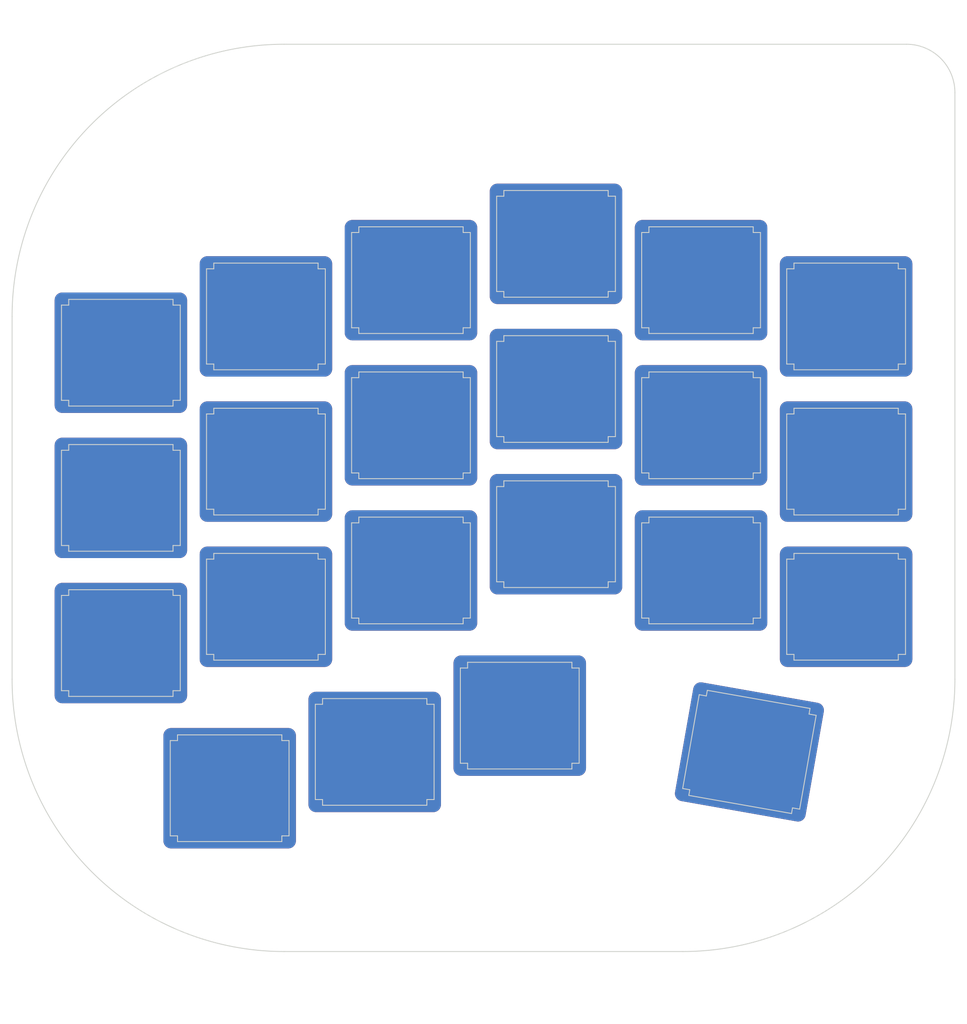
<source format=kicad_pcb>
(kicad_pcb (version 20171130) (host pcbnew 5.1.10-88a1d61d58~88~ubuntu18.04.1)

  (general
    (thickness 1.6)
    (drawings 8)
    (tracks 0)
    (zones 0)
    (modules 27)
    (nets 2)
  )

  (page A2)
  (layers
    (0 F.Cu signal)
    (31 B.Cu signal)
    (32 B.Adhes user)
    (33 F.Adhes user)
    (34 B.Paste user)
    (35 F.Paste user)
    (36 B.SilkS user)
    (37 F.SilkS user)
    (38 B.Mask user)
    (39 F.Mask user)
    (40 Dwgs.User user)
    (41 Cmts.User user)
    (42 Eco1.User user)
    (43 Eco2.User user)
    (44 Edge.Cuts user)
    (45 Margin user)
    (46 B.CrtYd user)
    (47 F.CrtYd user)
    (48 B.Fab user)
    (49 F.Fab user)
  )

  (setup
    (last_trace_width 0.25)
    (trace_clearance 0.2)
    (zone_clearance 0.508)
    (zone_45_only yes)
    (trace_min 0.2)
    (via_size 0.8)
    (via_drill 0.4)
    (via_min_size 0.4)
    (via_min_drill 0.3)
    (uvia_size 0.3)
    (uvia_drill 0.1)
    (uvias_allowed no)
    (uvia_min_size 0.2)
    (uvia_min_drill 0.1)
    (edge_width 0.1)
    (segment_width 0.2)
    (pcb_text_width 0.3)
    (pcb_text_size 1.5 1.5)
    (mod_edge_width 0.15)
    (mod_text_size 1 1)
    (mod_text_width 0.15)
    (pad_size 1.6 2.2)
    (pad_drill 0)
    (pad_to_mask_clearance 0)
    (aux_axis_origin 0 0)
    (visible_elements FFFFF77F)
    (pcbplotparams
      (layerselection 0x010fc_ffffffff)
      (usegerberextensions false)
      (usegerberattributes false)
      (usegerberadvancedattributes false)
      (creategerberjobfile false)
      (excludeedgelayer true)
      (linewidth 0.100000)
      (plotframeref false)
      (viasonmask false)
      (mode 1)
      (useauxorigin false)
      (hpglpennumber 1)
      (hpglpenspeed 20)
      (hpglpendiameter 15.000000)
      (psnegative false)
      (psa4output false)
      (plotreference true)
      (plotvalue true)
      (plotinvisibletext false)
      (padsonsilk false)
      (subtractmaskfromsilk false)
      (outputformat 1)
      (mirror false)
      (drillshape 0)
      (scaleselection 1)
      (outputdirectory "gbr/"))
  )

  (net 0 "")
  (net 1 GND)

  (net_class Default "This is the default net class."
    (clearance 0.2)
    (trace_width 0.25)
    (via_dia 0.8)
    (via_drill 0.4)
    (uvia_dia 0.3)
    (uvia_drill 0.1)
  )

  (module silkscreens:procyon_stars (layer F.Cu) (tedit 6240BEBE) (tstamp 62414812)
    (at 142.875 -251.61875 90)
    (fp_text reference G*** (at 0 0 90) (layer F.SilkS) hide
      (effects (font (size 1.524 1.524) (thickness 0.3)))
    )
    (fp_text value LOGO (at 0.75 0 90) (layer F.SilkS) hide
      (effects (font (size 1.524 1.524) (thickness 0.3)))
    )
    (fp_poly (pts (xy -16.588013 -2.063344) (xy -16.278703 -1.897053) (xy -15.875288 -1.615712) (xy -15.755038 -1.524853)
      (xy -14.980863 -0.933039) (xy -13.988598 -0.979003) (xy -13.468333 -0.994887) (xy -13.090882 -0.974662)
      (xy -12.843701 -0.899314) (xy -12.714243 -0.749831) (xy -12.689961 -0.507201) (xy -12.75831 -0.15241)
      (xy -12.906744 0.333555) (xy -12.979422 0.550333) (xy -13.266469 1.397) (xy -12.940901 2.311001)
      (xy -12.810913 2.686235) (xy -12.705593 3.00987) (xy -12.63664 3.244638) (xy -12.615333 3.348168)
      (xy -12.671264 3.494443) (xy -12.788977 3.644976) (xy -12.87803 3.719169) (xy -12.990699 3.767915)
      (xy -13.160519 3.795742) (xy -13.421029 3.807178) (xy -13.805765 3.806754) (xy -13.971866 3.804697)
      (xy -14.981112 3.790776) (xy -15.771952 4.393054) (xy -16.09966 4.631423) (xy -16.394094 4.825219)
      (xy -16.621384 4.953413) (xy -16.741917 4.995333) (xy -16.921765 4.932176) (xy -17.078864 4.794696)
      (xy -17.168489 4.629424) (xy -17.282829 4.345799) (xy -17.404521 3.989491) (xy -17.478575 3.743243)
      (xy -17.720465 2.892427) (xy -18.554748 2.328059) (xy -18.974239 2.030346) (xy -19.256861 1.791691)
      (xy -19.41657 1.594176) (xy -19.467323 1.419884) (xy -19.423078 1.250896) (xy -19.411185 1.228579)
      (xy -19.31397 1.125712) (xy -19.108947 0.951625) (xy -18.827359 0.731739) (xy -18.539896 0.519716)
      (xy -17.746033 -0.050793) (xy -17.504279 -0.89323) (xy -17.389978 -1.268529) (xy -17.277279 -1.599303)
      (xy -17.182194 -1.840358) (xy -17.138311 -1.926167) (xy -16.999118 -2.072476) (xy -16.821918 -2.12001)
      (xy -16.588013 -2.063344)) (layer F.Mask) (width 0.01))
    (fp_poly (pts (xy -10.618516 -5.429737) (xy -10.517681 -5.240953) (xy -10.456595 -5.080788) (xy -10.296712 -4.733751)
      (xy -10.059037 -4.479228) (xy -9.985932 -4.424622) (xy -9.789873 -4.259409) (xy -9.670522 -4.107721)
      (xy -9.653808 -4.054085) (xy -9.718502 -3.928993) (xy -9.884306 -3.769841) (xy -9.983927 -3.69751)
      (xy -10.196826 -3.524031) (xy -10.343144 -3.345122) (xy -10.370604 -3.284092) (xy -10.494352 -2.911336)
      (xy -10.611071 -2.688665) (xy -10.703926 -2.624667) (xy -10.825478 -2.671695) (xy -11.024804 -2.791686)
      (xy -11.152257 -2.880797) (xy -11.396083 -3.038855) (xy -11.595764 -3.100533) (xy -11.825103 -3.08951)
      (xy -12.118291 -3.069456) (xy -12.283154 -3.130491) (xy -12.337485 -3.295193) (xy -12.299075 -3.586138)
      (xy -12.280435 -3.667292) (xy -12.218735 -4.001662) (xy -12.224573 -4.251741) (xy -12.26528 -4.406397)
      (xy -12.354797 -4.705234) (xy -12.353082 -4.882397) (xy -12.241757 -4.96907) (xy -12.002447 -4.996438)
      (xy -11.916833 -4.997689) (xy -11.594368 -5.023041) (xy -11.343459 -5.115415) (xy -11.139751 -5.251689)
      (xy -10.925031 -5.399001) (xy -10.754405 -5.48959) (xy -10.702055 -5.503333) (xy -10.618516 -5.429737)) (layer F.Mask) (width 0.01))
  )

  (module Keebio-Parts:MX-Alps_Switch_Cutout (layer F.Cu) (tedit 5BEEFD84) (tstamp 6240D45C)
    (at 131.7625 -153.19375 350)
    (fp_text reference REF** (at 0.25 10.05 170) (layer Eco2.User) hide
      (effects (font (size 1 1) (thickness 0.15)))
    )
    (fp_text value MX-Alps_Switch_Cutout (at 0 -15.24 170) (layer F.Fab) hide
      (effects (font (size 1 1) (thickness 0.15)))
    )
    (fp_line (start -7.8 -6.25) (end -6.85 -6.25) (layer Edge.Cuts) (width 0.12))
    (fp_line (start -7.8 6.25) (end -7.8 -6.25) (layer Edge.Cuts) (width 0.12))
    (fp_line (start -6.85 6.25) (end -7.8 6.25) (layer Edge.Cuts) (width 0.12))
    (fp_line (start -6.85 7) (end -6.85 6.25) (layer Edge.Cuts) (width 0.12))
    (fp_line (start 6.85 7) (end -6.85 7) (layer Edge.Cuts) (width 0.12))
    (fp_line (start 6.85 6.25) (end 6.85 7) (layer Edge.Cuts) (width 0.12))
    (fp_line (start 7.8 6.25) (end 6.85 6.25) (layer Edge.Cuts) (width 0.12))
    (fp_line (start 7.8 -6.25) (end 7.8 6.25) (layer Edge.Cuts) (width 0.12))
    (fp_line (start 6.85 -6.25) (end 7.8 -6.25) (layer Edge.Cuts) (width 0.12))
    (fp_line (start 6.85 -7) (end 6.85 -6.25) (layer Edge.Cuts) (width 0.12))
    (fp_line (start -6.85 -7) (end 6.85 -7) (layer Edge.Cuts) (width 0.12))
    (fp_line (start -6.85 -6.25) (end -6.85 -7) (layer Edge.Cuts) (width 0.12))
    (fp_line (start 9.5 -9.5) (end 9.5 9.5) (layer Dwgs.User) (width 0.15))
    (fp_line (start 9.5 9.5) (end -9.5 9.5) (layer Dwgs.User) (width 0.15))
    (fp_line (start -9.5 9.5) (end -9.5 -9.5) (layer Dwgs.User) (width 0.15))
    (fp_line (start -9.5 -9.5) (end 9.5 -9.5) (layer Dwgs.User) (width 0.15))
    (pad 1 smd roundrect (at 0 0 170) (size 17.4 15.8) (layers F.Cu F.Mask) (roundrect_rratio 0.063))
    (pad 1 smd roundrect (at 0 0 170) (size 17.4 15.8) (layers B.Cu B.Mask) (roundrect_rratio 0.063))
  )

  (module Keebio-Parts:MX-Alps_Switch_Cutout (layer F.Cu) (tedit 5BEEFD84) (tstamp 6240D432)
    (at 63.5 -148.43125)
    (fp_text reference REF** (at 0.25 10.05) (layer Eco2.User) hide
      (effects (font (size 1 1) (thickness 0.15)))
    )
    (fp_text value MX-Alps_Switch_Cutout (at 0 -15.24) (layer F.Fab) hide
      (effects (font (size 1 1) (thickness 0.15)))
    )
    (fp_line (start -9.5 -9.5) (end 9.5 -9.5) (layer Dwgs.User) (width 0.15))
    (fp_line (start -9.5 9.5) (end -9.5 -9.5) (layer Dwgs.User) (width 0.15))
    (fp_line (start 9.5 9.5) (end -9.5 9.5) (layer Dwgs.User) (width 0.15))
    (fp_line (start 9.5 -9.5) (end 9.5 9.5) (layer Dwgs.User) (width 0.15))
    (fp_line (start -6.85 -6.25) (end -6.85 -7) (layer Edge.Cuts) (width 0.12))
    (fp_line (start -6.85 -7) (end 6.85 -7) (layer Edge.Cuts) (width 0.12))
    (fp_line (start 6.85 -7) (end 6.85 -6.25) (layer Edge.Cuts) (width 0.12))
    (fp_line (start 6.85 -6.25) (end 7.8 -6.25) (layer Edge.Cuts) (width 0.12))
    (fp_line (start 7.8 -6.25) (end 7.8 6.25) (layer Edge.Cuts) (width 0.12))
    (fp_line (start 7.8 6.25) (end 6.85 6.25) (layer Edge.Cuts) (width 0.12))
    (fp_line (start 6.85 6.25) (end 6.85 7) (layer Edge.Cuts) (width 0.12))
    (fp_line (start 6.85 7) (end -6.85 7) (layer Edge.Cuts) (width 0.12))
    (fp_line (start -6.85 7) (end -6.85 6.25) (layer Edge.Cuts) (width 0.12))
    (fp_line (start -6.85 6.25) (end -7.8 6.25) (layer Edge.Cuts) (width 0.12))
    (fp_line (start -7.8 6.25) (end -7.8 -6.25) (layer Edge.Cuts) (width 0.12))
    (fp_line (start -7.8 -6.25) (end -6.85 -6.25) (layer Edge.Cuts) (width 0.12))
    (pad 1 smd roundrect (at 0 0 180) (size 17.4 15.8) (layers B.Cu B.Mask) (roundrect_rratio 0.063))
    (pad 1 smd roundrect (at 0 0 180) (size 17.4 15.8) (layers F.Cu F.Mask) (roundrect_rratio 0.063))
  )

  (module Keebio-Parts:MX-Alps_Switch_Cutout (layer F.Cu) (tedit 5BEEFD84) (tstamp 6240D408)
    (at 82.55 -153.19375)
    (fp_text reference REF** (at 0.25 10.05) (layer Eco2.User) hide
      (effects (font (size 1 1) (thickness 0.15)))
    )
    (fp_text value MX-Alps_Switch_Cutout (at 0 -15.24) (layer F.Fab) hide
      (effects (font (size 1 1) (thickness 0.15)))
    )
    (fp_line (start -7.8 -6.25) (end -6.85 -6.25) (layer Edge.Cuts) (width 0.12))
    (fp_line (start -7.8 6.25) (end -7.8 -6.25) (layer Edge.Cuts) (width 0.12))
    (fp_line (start -6.85 6.25) (end -7.8 6.25) (layer Edge.Cuts) (width 0.12))
    (fp_line (start -6.85 7) (end -6.85 6.25) (layer Edge.Cuts) (width 0.12))
    (fp_line (start 6.85 7) (end -6.85 7) (layer Edge.Cuts) (width 0.12))
    (fp_line (start 6.85 6.25) (end 6.85 7) (layer Edge.Cuts) (width 0.12))
    (fp_line (start 7.8 6.25) (end 6.85 6.25) (layer Edge.Cuts) (width 0.12))
    (fp_line (start 7.8 -6.25) (end 7.8 6.25) (layer Edge.Cuts) (width 0.12))
    (fp_line (start 6.85 -6.25) (end 7.8 -6.25) (layer Edge.Cuts) (width 0.12))
    (fp_line (start 6.85 -7) (end 6.85 -6.25) (layer Edge.Cuts) (width 0.12))
    (fp_line (start -6.85 -7) (end 6.85 -7) (layer Edge.Cuts) (width 0.12))
    (fp_line (start -6.85 -6.25) (end -6.85 -7) (layer Edge.Cuts) (width 0.12))
    (fp_line (start 9.5 -9.5) (end 9.5 9.5) (layer Dwgs.User) (width 0.15))
    (fp_line (start 9.5 9.5) (end -9.5 9.5) (layer Dwgs.User) (width 0.15))
    (fp_line (start -9.5 9.5) (end -9.5 -9.5) (layer Dwgs.User) (width 0.15))
    (fp_line (start -9.5 -9.5) (end 9.5 -9.5) (layer Dwgs.User) (width 0.15))
    (pad 1 smd roundrect (at 0 0 180) (size 17.4 15.8) (layers F.Cu F.Mask) (roundrect_rratio 0.063))
    (pad 1 smd roundrect (at 0 0 180) (size 17.4 15.8) (layers B.Cu B.Mask) (roundrect_rratio 0.063))
  )

  (module Keebio-Parts:MX-Alps_Switch_Cutout (layer F.Cu) (tedit 5BEEFD84) (tstamp 6240D3DE)
    (at 101.6 -157.95625)
    (fp_text reference REF** (at 0.25 10.05) (layer Eco2.User) hide
      (effects (font (size 1 1) (thickness 0.15)))
    )
    (fp_text value MX-Alps_Switch_Cutout (at 0 -15.24) (layer F.Fab) hide
      (effects (font (size 1 1) (thickness 0.15)))
    )
    (fp_line (start -9.5 -9.5) (end 9.5 -9.5) (layer Dwgs.User) (width 0.15))
    (fp_line (start -9.5 9.5) (end -9.5 -9.5) (layer Dwgs.User) (width 0.15))
    (fp_line (start 9.5 9.5) (end -9.5 9.5) (layer Dwgs.User) (width 0.15))
    (fp_line (start 9.5 -9.5) (end 9.5 9.5) (layer Dwgs.User) (width 0.15))
    (fp_line (start -6.85 -6.25) (end -6.85 -7) (layer Edge.Cuts) (width 0.12))
    (fp_line (start -6.85 -7) (end 6.85 -7) (layer Edge.Cuts) (width 0.12))
    (fp_line (start 6.85 -7) (end 6.85 -6.25) (layer Edge.Cuts) (width 0.12))
    (fp_line (start 6.85 -6.25) (end 7.8 -6.25) (layer Edge.Cuts) (width 0.12))
    (fp_line (start 7.8 -6.25) (end 7.8 6.25) (layer Edge.Cuts) (width 0.12))
    (fp_line (start 7.8 6.25) (end 6.85 6.25) (layer Edge.Cuts) (width 0.12))
    (fp_line (start 6.85 6.25) (end 6.85 7) (layer Edge.Cuts) (width 0.12))
    (fp_line (start 6.85 7) (end -6.85 7) (layer Edge.Cuts) (width 0.12))
    (fp_line (start -6.85 7) (end -6.85 6.25) (layer Edge.Cuts) (width 0.12))
    (fp_line (start -6.85 6.25) (end -7.8 6.25) (layer Edge.Cuts) (width 0.12))
    (fp_line (start -7.8 6.25) (end -7.8 -6.25) (layer Edge.Cuts) (width 0.12))
    (fp_line (start -7.8 -6.25) (end -6.85 -6.25) (layer Edge.Cuts) (width 0.12))
    (pad 1 smd roundrect (at 0 0 180) (size 17.4 15.8) (layers B.Cu B.Mask) (roundrect_rratio 0.063))
    (pad 1 smd roundrect (at 0 0 180) (size 17.4 15.8) (layers F.Cu F.Mask) (roundrect_rratio 0.063))
  )

  (module Keebio-Parts:MX-Alps_Switch_Cutout (layer F.Cu) (tedit 5BEEFD84) (tstamp 6240D3B4)
    (at 144.4625 -172.24375)
    (fp_text reference REF** (at 0.25 10.05) (layer Eco2.User) hide
      (effects (font (size 1 1) (thickness 0.15)))
    )
    (fp_text value MX-Alps_Switch_Cutout (at 0 -15.24) (layer F.Fab) hide
      (effects (font (size 1 1) (thickness 0.15)))
    )
    (fp_line (start -7.8 -6.25) (end -6.85 -6.25) (layer Edge.Cuts) (width 0.12))
    (fp_line (start -7.8 6.25) (end -7.8 -6.25) (layer Edge.Cuts) (width 0.12))
    (fp_line (start -6.85 6.25) (end -7.8 6.25) (layer Edge.Cuts) (width 0.12))
    (fp_line (start -6.85 7) (end -6.85 6.25) (layer Edge.Cuts) (width 0.12))
    (fp_line (start 6.85 7) (end -6.85 7) (layer Edge.Cuts) (width 0.12))
    (fp_line (start 6.85 6.25) (end 6.85 7) (layer Edge.Cuts) (width 0.12))
    (fp_line (start 7.8 6.25) (end 6.85 6.25) (layer Edge.Cuts) (width 0.12))
    (fp_line (start 7.8 -6.25) (end 7.8 6.25) (layer Edge.Cuts) (width 0.12))
    (fp_line (start 6.85 -6.25) (end 7.8 -6.25) (layer Edge.Cuts) (width 0.12))
    (fp_line (start 6.85 -7) (end 6.85 -6.25) (layer Edge.Cuts) (width 0.12))
    (fp_line (start -6.85 -7) (end 6.85 -7) (layer Edge.Cuts) (width 0.12))
    (fp_line (start -6.85 -6.25) (end -6.85 -7) (layer Edge.Cuts) (width 0.12))
    (fp_line (start 9.5 -9.5) (end 9.5 9.5) (layer Dwgs.User) (width 0.15))
    (fp_line (start 9.5 9.5) (end -9.5 9.5) (layer Dwgs.User) (width 0.15))
    (fp_line (start -9.5 9.5) (end -9.5 -9.5) (layer Dwgs.User) (width 0.15))
    (fp_line (start -9.5 -9.5) (end 9.5 -9.5) (layer Dwgs.User) (width 0.15))
    (pad 1 smd roundrect (at 0 0 180) (size 17.4 15.8) (layers F.Cu F.Mask) (roundrect_rratio 0.063))
    (pad 1 smd roundrect (at 0 0 180) (size 17.4 15.8) (layers B.Cu B.Mask) (roundrect_rratio 0.063))
  )

  (module Keebio-Parts:MX-Alps_Switch_Cutout (layer F.Cu) (tedit 5BEEFD84) (tstamp 6240D38A)
    (at 125.4125 -177.00625)
    (fp_text reference REF** (at 0.25 10.05) (layer Eco2.User) hide
      (effects (font (size 1 1) (thickness 0.15)))
    )
    (fp_text value MX-Alps_Switch_Cutout (at 0 -15.24) (layer F.Fab) hide
      (effects (font (size 1 1) (thickness 0.15)))
    )
    (fp_line (start -9.5 -9.5) (end 9.5 -9.5) (layer Dwgs.User) (width 0.15))
    (fp_line (start -9.5 9.5) (end -9.5 -9.5) (layer Dwgs.User) (width 0.15))
    (fp_line (start 9.5 9.5) (end -9.5 9.5) (layer Dwgs.User) (width 0.15))
    (fp_line (start 9.5 -9.5) (end 9.5 9.5) (layer Dwgs.User) (width 0.15))
    (fp_line (start -6.85 -6.25) (end -6.85 -7) (layer Edge.Cuts) (width 0.12))
    (fp_line (start -6.85 -7) (end 6.85 -7) (layer Edge.Cuts) (width 0.12))
    (fp_line (start 6.85 -7) (end 6.85 -6.25) (layer Edge.Cuts) (width 0.12))
    (fp_line (start 6.85 -6.25) (end 7.8 -6.25) (layer Edge.Cuts) (width 0.12))
    (fp_line (start 7.8 -6.25) (end 7.8 6.25) (layer Edge.Cuts) (width 0.12))
    (fp_line (start 7.8 6.25) (end 6.85 6.25) (layer Edge.Cuts) (width 0.12))
    (fp_line (start 6.85 6.25) (end 6.85 7) (layer Edge.Cuts) (width 0.12))
    (fp_line (start 6.85 7) (end -6.85 7) (layer Edge.Cuts) (width 0.12))
    (fp_line (start -6.85 7) (end -6.85 6.25) (layer Edge.Cuts) (width 0.12))
    (fp_line (start -6.85 6.25) (end -7.8 6.25) (layer Edge.Cuts) (width 0.12))
    (fp_line (start -7.8 6.25) (end -7.8 -6.25) (layer Edge.Cuts) (width 0.12))
    (fp_line (start -7.8 -6.25) (end -6.85 -6.25) (layer Edge.Cuts) (width 0.12))
    (pad 1 smd roundrect (at 0 0 180) (size 17.4 15.8) (layers B.Cu B.Mask) (roundrect_rratio 0.063))
    (pad 1 smd roundrect (at 0 0 180) (size 17.4 15.8) (layers F.Cu F.Mask) (roundrect_rratio 0.063))
  )

  (module Keebio-Parts:MX-Alps_Switch_Cutout (layer F.Cu) (tedit 5BEEFD84) (tstamp 6240D360)
    (at 106.3625 -181.76875)
    (fp_text reference REF** (at 0.25 10.05) (layer Eco2.User) hide
      (effects (font (size 1 1) (thickness 0.15)))
    )
    (fp_text value MX-Alps_Switch_Cutout (at 0 -15.24) (layer F.Fab) hide
      (effects (font (size 1 1) (thickness 0.15)))
    )
    (fp_line (start -7.8 -6.25) (end -6.85 -6.25) (layer Edge.Cuts) (width 0.12))
    (fp_line (start -7.8 6.25) (end -7.8 -6.25) (layer Edge.Cuts) (width 0.12))
    (fp_line (start -6.85 6.25) (end -7.8 6.25) (layer Edge.Cuts) (width 0.12))
    (fp_line (start -6.85 7) (end -6.85 6.25) (layer Edge.Cuts) (width 0.12))
    (fp_line (start 6.85 7) (end -6.85 7) (layer Edge.Cuts) (width 0.12))
    (fp_line (start 6.85 6.25) (end 6.85 7) (layer Edge.Cuts) (width 0.12))
    (fp_line (start 7.8 6.25) (end 6.85 6.25) (layer Edge.Cuts) (width 0.12))
    (fp_line (start 7.8 -6.25) (end 7.8 6.25) (layer Edge.Cuts) (width 0.12))
    (fp_line (start 6.85 -6.25) (end 7.8 -6.25) (layer Edge.Cuts) (width 0.12))
    (fp_line (start 6.85 -7) (end 6.85 -6.25) (layer Edge.Cuts) (width 0.12))
    (fp_line (start -6.85 -7) (end 6.85 -7) (layer Edge.Cuts) (width 0.12))
    (fp_line (start -6.85 -6.25) (end -6.85 -7) (layer Edge.Cuts) (width 0.12))
    (fp_line (start 9.5 -9.5) (end 9.5 9.5) (layer Dwgs.User) (width 0.15))
    (fp_line (start 9.5 9.5) (end -9.5 9.5) (layer Dwgs.User) (width 0.15))
    (fp_line (start -9.5 9.5) (end -9.5 -9.5) (layer Dwgs.User) (width 0.15))
    (fp_line (start -9.5 -9.5) (end 9.5 -9.5) (layer Dwgs.User) (width 0.15))
    (pad 1 smd roundrect (at 0 0 180) (size 17.4 15.8) (layers F.Cu F.Mask) (roundrect_rratio 0.063))
    (pad 1 smd roundrect (at 0 0 180) (size 17.4 15.8) (layers B.Cu B.Mask) (roundrect_rratio 0.063))
  )

  (module Keebio-Parts:MX-Alps_Switch_Cutout (layer F.Cu) (tedit 5BEEFD84) (tstamp 6240D336)
    (at 87.3125 -177.00625)
    (fp_text reference REF** (at 0.25 10.05) (layer Eco2.User) hide
      (effects (font (size 1 1) (thickness 0.15)))
    )
    (fp_text value MX-Alps_Switch_Cutout (at 0 -15.24) (layer F.Fab) hide
      (effects (font (size 1 1) (thickness 0.15)))
    )
    (fp_line (start -9.5 -9.5) (end 9.5 -9.5) (layer Dwgs.User) (width 0.15))
    (fp_line (start -9.5 9.5) (end -9.5 -9.5) (layer Dwgs.User) (width 0.15))
    (fp_line (start 9.5 9.5) (end -9.5 9.5) (layer Dwgs.User) (width 0.15))
    (fp_line (start 9.5 -9.5) (end 9.5 9.5) (layer Dwgs.User) (width 0.15))
    (fp_line (start -6.85 -6.25) (end -6.85 -7) (layer Edge.Cuts) (width 0.12))
    (fp_line (start -6.85 -7) (end 6.85 -7) (layer Edge.Cuts) (width 0.12))
    (fp_line (start 6.85 -7) (end 6.85 -6.25) (layer Edge.Cuts) (width 0.12))
    (fp_line (start 6.85 -6.25) (end 7.8 -6.25) (layer Edge.Cuts) (width 0.12))
    (fp_line (start 7.8 -6.25) (end 7.8 6.25) (layer Edge.Cuts) (width 0.12))
    (fp_line (start 7.8 6.25) (end 6.85 6.25) (layer Edge.Cuts) (width 0.12))
    (fp_line (start 6.85 6.25) (end 6.85 7) (layer Edge.Cuts) (width 0.12))
    (fp_line (start 6.85 7) (end -6.85 7) (layer Edge.Cuts) (width 0.12))
    (fp_line (start -6.85 7) (end -6.85 6.25) (layer Edge.Cuts) (width 0.12))
    (fp_line (start -6.85 6.25) (end -7.8 6.25) (layer Edge.Cuts) (width 0.12))
    (fp_line (start -7.8 6.25) (end -7.8 -6.25) (layer Edge.Cuts) (width 0.12))
    (fp_line (start -7.8 -6.25) (end -6.85 -6.25) (layer Edge.Cuts) (width 0.12))
    (pad 1 smd roundrect (at 0 0 180) (size 17.4 15.8) (layers B.Cu B.Mask) (roundrect_rratio 0.063))
    (pad 1 smd roundrect (at 0 0 180) (size 17.4 15.8) (layers F.Cu F.Mask) (roundrect_rratio 0.063))
  )

  (module Keebio-Parts:MX-Alps_Switch_Cutout (layer F.Cu) (tedit 5BEEFD84) (tstamp 6240D30C)
    (at 68.2625 -172.24375)
    (fp_text reference REF** (at 0.25 10.05) (layer Eco2.User) hide
      (effects (font (size 1 1) (thickness 0.15)))
    )
    (fp_text value MX-Alps_Switch_Cutout (at 0 -15.24) (layer F.Fab) hide
      (effects (font (size 1 1) (thickness 0.15)))
    )
    (fp_line (start -7.8 -6.25) (end -6.85 -6.25) (layer Edge.Cuts) (width 0.12))
    (fp_line (start -7.8 6.25) (end -7.8 -6.25) (layer Edge.Cuts) (width 0.12))
    (fp_line (start -6.85 6.25) (end -7.8 6.25) (layer Edge.Cuts) (width 0.12))
    (fp_line (start -6.85 7) (end -6.85 6.25) (layer Edge.Cuts) (width 0.12))
    (fp_line (start 6.85 7) (end -6.85 7) (layer Edge.Cuts) (width 0.12))
    (fp_line (start 6.85 6.25) (end 6.85 7) (layer Edge.Cuts) (width 0.12))
    (fp_line (start 7.8 6.25) (end 6.85 6.25) (layer Edge.Cuts) (width 0.12))
    (fp_line (start 7.8 -6.25) (end 7.8 6.25) (layer Edge.Cuts) (width 0.12))
    (fp_line (start 6.85 -6.25) (end 7.8 -6.25) (layer Edge.Cuts) (width 0.12))
    (fp_line (start 6.85 -7) (end 6.85 -6.25) (layer Edge.Cuts) (width 0.12))
    (fp_line (start -6.85 -7) (end 6.85 -7) (layer Edge.Cuts) (width 0.12))
    (fp_line (start -6.85 -6.25) (end -6.85 -7) (layer Edge.Cuts) (width 0.12))
    (fp_line (start 9.5 -9.5) (end 9.5 9.5) (layer Dwgs.User) (width 0.15))
    (fp_line (start 9.5 9.5) (end -9.5 9.5) (layer Dwgs.User) (width 0.15))
    (fp_line (start -9.5 9.5) (end -9.5 -9.5) (layer Dwgs.User) (width 0.15))
    (fp_line (start -9.5 -9.5) (end 9.5 -9.5) (layer Dwgs.User) (width 0.15))
    (pad 1 smd roundrect (at 0 0 180) (size 17.4 15.8) (layers F.Cu F.Mask) (roundrect_rratio 0.063))
    (pad 1 smd roundrect (at 0 0 180) (size 17.4 15.8) (layers B.Cu B.Mask) (roundrect_rratio 0.063))
  )

  (module Keebio-Parts:MX-Alps_Switch_Cutout (layer F.Cu) (tedit 5BEEFD84) (tstamp 6240D2E2)
    (at 49.2125 -167.48125)
    (fp_text reference REF** (at 0.25 10.05) (layer Eco2.User) hide
      (effects (font (size 1 1) (thickness 0.15)))
    )
    (fp_text value MX-Alps_Switch_Cutout (at 0 -15.24) (layer F.Fab) hide
      (effects (font (size 1 1) (thickness 0.15)))
    )
    (fp_line (start -9.5 -9.5) (end 9.5 -9.5) (layer Dwgs.User) (width 0.15))
    (fp_line (start -9.5 9.5) (end -9.5 -9.5) (layer Dwgs.User) (width 0.15))
    (fp_line (start 9.5 9.5) (end -9.5 9.5) (layer Dwgs.User) (width 0.15))
    (fp_line (start 9.5 -9.5) (end 9.5 9.5) (layer Dwgs.User) (width 0.15))
    (fp_line (start -6.85 -6.25) (end -6.85 -7) (layer Edge.Cuts) (width 0.12))
    (fp_line (start -6.85 -7) (end 6.85 -7) (layer Edge.Cuts) (width 0.12))
    (fp_line (start 6.85 -7) (end 6.85 -6.25) (layer Edge.Cuts) (width 0.12))
    (fp_line (start 6.85 -6.25) (end 7.8 -6.25) (layer Edge.Cuts) (width 0.12))
    (fp_line (start 7.8 -6.25) (end 7.8 6.25) (layer Edge.Cuts) (width 0.12))
    (fp_line (start 7.8 6.25) (end 6.85 6.25) (layer Edge.Cuts) (width 0.12))
    (fp_line (start 6.85 6.25) (end 6.85 7) (layer Edge.Cuts) (width 0.12))
    (fp_line (start 6.85 7) (end -6.85 7) (layer Edge.Cuts) (width 0.12))
    (fp_line (start -6.85 7) (end -6.85 6.25) (layer Edge.Cuts) (width 0.12))
    (fp_line (start -6.85 6.25) (end -7.8 6.25) (layer Edge.Cuts) (width 0.12))
    (fp_line (start -7.8 6.25) (end -7.8 -6.25) (layer Edge.Cuts) (width 0.12))
    (fp_line (start -7.8 -6.25) (end -6.85 -6.25) (layer Edge.Cuts) (width 0.12))
    (pad 1 smd roundrect (at 0 0 180) (size 17.4 15.8) (layers B.Cu B.Mask) (roundrect_rratio 0.063))
    (pad 1 smd roundrect (at 0 0 180) (size 17.4 15.8) (layers F.Cu F.Mask) (roundrect_rratio 0.063))
  )

  (module Keebio-Parts:MX-Alps_Switch_Cutout (layer F.Cu) (tedit 5BEEFD84) (tstamp 6240D26C)
    (at 49.2125 -186.53125)
    (fp_text reference REF** (at 0.25 10.05) (layer Eco2.User) hide
      (effects (font (size 1 1) (thickness 0.15)))
    )
    (fp_text value MX-Alps_Switch_Cutout (at 0 -15.24) (layer F.Fab) hide
      (effects (font (size 1 1) (thickness 0.15)))
    )
    (fp_line (start -7.8 -6.25) (end -6.85 -6.25) (layer Edge.Cuts) (width 0.12))
    (fp_line (start -7.8 6.25) (end -7.8 -6.25) (layer Edge.Cuts) (width 0.12))
    (fp_line (start -6.85 6.25) (end -7.8 6.25) (layer Edge.Cuts) (width 0.12))
    (fp_line (start -6.85 7) (end -6.85 6.25) (layer Edge.Cuts) (width 0.12))
    (fp_line (start 6.85 7) (end -6.85 7) (layer Edge.Cuts) (width 0.12))
    (fp_line (start 6.85 6.25) (end 6.85 7) (layer Edge.Cuts) (width 0.12))
    (fp_line (start 7.8 6.25) (end 6.85 6.25) (layer Edge.Cuts) (width 0.12))
    (fp_line (start 7.8 -6.25) (end 7.8 6.25) (layer Edge.Cuts) (width 0.12))
    (fp_line (start 6.85 -6.25) (end 7.8 -6.25) (layer Edge.Cuts) (width 0.12))
    (fp_line (start 6.85 -7) (end 6.85 -6.25) (layer Edge.Cuts) (width 0.12))
    (fp_line (start -6.85 -7) (end 6.85 -7) (layer Edge.Cuts) (width 0.12))
    (fp_line (start -6.85 -6.25) (end -6.85 -7) (layer Edge.Cuts) (width 0.12))
    (fp_line (start 9.5 -9.5) (end 9.5 9.5) (layer Dwgs.User) (width 0.15))
    (fp_line (start 9.5 9.5) (end -9.5 9.5) (layer Dwgs.User) (width 0.15))
    (fp_line (start -9.5 9.5) (end -9.5 -9.5) (layer Dwgs.User) (width 0.15))
    (fp_line (start -9.5 -9.5) (end 9.5 -9.5) (layer Dwgs.User) (width 0.15))
    (pad 1 smd roundrect (at 0 0 180) (size 17.4 15.8) (layers F.Cu F.Mask) (roundrect_rratio 0.063))
    (pad 1 smd roundrect (at 0 0 180) (size 17.4 15.8) (layers B.Cu B.Mask) (roundrect_rratio 0.063))
  )

  (module Keebio-Parts:MX-Alps_Switch_Cutout (layer F.Cu) (tedit 5BEEFD84) (tstamp 6240D1EE)
    (at 68.2625 -191.29375)
    (fp_text reference REF** (at 0.25 10.05) (layer Eco2.User) hide
      (effects (font (size 1 1) (thickness 0.15)))
    )
    (fp_text value MX-Alps_Switch_Cutout (at 0 -15.24) (layer F.Fab) hide
      (effects (font (size 1 1) (thickness 0.15)))
    )
    (fp_line (start -9.5 -9.5) (end 9.5 -9.5) (layer Dwgs.User) (width 0.15))
    (fp_line (start -9.5 9.5) (end -9.5 -9.5) (layer Dwgs.User) (width 0.15))
    (fp_line (start 9.5 9.5) (end -9.5 9.5) (layer Dwgs.User) (width 0.15))
    (fp_line (start 9.5 -9.5) (end 9.5 9.5) (layer Dwgs.User) (width 0.15))
    (fp_line (start -6.85 -6.25) (end -6.85 -7) (layer Edge.Cuts) (width 0.12))
    (fp_line (start -6.85 -7) (end 6.85 -7) (layer Edge.Cuts) (width 0.12))
    (fp_line (start 6.85 -7) (end 6.85 -6.25) (layer Edge.Cuts) (width 0.12))
    (fp_line (start 6.85 -6.25) (end 7.8 -6.25) (layer Edge.Cuts) (width 0.12))
    (fp_line (start 7.8 -6.25) (end 7.8 6.25) (layer Edge.Cuts) (width 0.12))
    (fp_line (start 7.8 6.25) (end 6.85 6.25) (layer Edge.Cuts) (width 0.12))
    (fp_line (start 6.85 6.25) (end 6.85 7) (layer Edge.Cuts) (width 0.12))
    (fp_line (start 6.85 7) (end -6.85 7) (layer Edge.Cuts) (width 0.12))
    (fp_line (start -6.85 7) (end -6.85 6.25) (layer Edge.Cuts) (width 0.12))
    (fp_line (start -6.85 6.25) (end -7.8 6.25) (layer Edge.Cuts) (width 0.12))
    (fp_line (start -7.8 6.25) (end -7.8 -6.25) (layer Edge.Cuts) (width 0.12))
    (fp_line (start -7.8 -6.25) (end -6.85 -6.25) (layer Edge.Cuts) (width 0.12))
    (pad 1 smd roundrect (at 0 0 180) (size 17.4 15.8) (layers B.Cu B.Mask) (roundrect_rratio 0.063))
    (pad 1 smd roundrect (at 0 0 180) (size 17.4 15.8) (layers F.Cu F.Mask) (roundrect_rratio 0.063))
  )

  (module Keebio-Parts:MX-Alps_Switch_Cutout (layer F.Cu) (tedit 5BEEFD84) (tstamp 6240D1C4)
    (at 87.3125 -196.05625)
    (fp_text reference REF** (at 0.25 10.05) (layer Eco2.User) hide
      (effects (font (size 1 1) (thickness 0.15)))
    )
    (fp_text value MX-Alps_Switch_Cutout (at 0 -15.24) (layer F.Fab) hide
      (effects (font (size 1 1) (thickness 0.15)))
    )
    (fp_line (start -7.8 -6.25) (end -6.85 -6.25) (layer Edge.Cuts) (width 0.12))
    (fp_line (start -7.8 6.25) (end -7.8 -6.25) (layer Edge.Cuts) (width 0.12))
    (fp_line (start -6.85 6.25) (end -7.8 6.25) (layer Edge.Cuts) (width 0.12))
    (fp_line (start -6.85 7) (end -6.85 6.25) (layer Edge.Cuts) (width 0.12))
    (fp_line (start 6.85 7) (end -6.85 7) (layer Edge.Cuts) (width 0.12))
    (fp_line (start 6.85 6.25) (end 6.85 7) (layer Edge.Cuts) (width 0.12))
    (fp_line (start 7.8 6.25) (end 6.85 6.25) (layer Edge.Cuts) (width 0.12))
    (fp_line (start 7.8 -6.25) (end 7.8 6.25) (layer Edge.Cuts) (width 0.12))
    (fp_line (start 6.85 -6.25) (end 7.8 -6.25) (layer Edge.Cuts) (width 0.12))
    (fp_line (start 6.85 -7) (end 6.85 -6.25) (layer Edge.Cuts) (width 0.12))
    (fp_line (start -6.85 -7) (end 6.85 -7) (layer Edge.Cuts) (width 0.12))
    (fp_line (start -6.85 -6.25) (end -6.85 -7) (layer Edge.Cuts) (width 0.12))
    (fp_line (start 9.5 -9.5) (end 9.5 9.5) (layer Dwgs.User) (width 0.15))
    (fp_line (start 9.5 9.5) (end -9.5 9.5) (layer Dwgs.User) (width 0.15))
    (fp_line (start -9.5 9.5) (end -9.5 -9.5) (layer Dwgs.User) (width 0.15))
    (fp_line (start -9.5 -9.5) (end 9.5 -9.5) (layer Dwgs.User) (width 0.15))
    (pad 1 smd roundrect (at 0 0 180) (size 17.4 15.8) (layers F.Cu F.Mask) (roundrect_rratio 0.063))
    (pad 1 smd roundrect (at 0 0 180) (size 17.4 15.8) (layers B.Cu B.Mask) (roundrect_rratio 0.063))
  )

  (module Keebio-Parts:MX-Alps_Switch_Cutout (layer F.Cu) (tedit 5BEEFD84) (tstamp 6240D19A)
    (at 106.3625 -200.81875)
    (fp_text reference REF** (at 0.25 10.05) (layer Eco2.User) hide
      (effects (font (size 1 1) (thickness 0.15)))
    )
    (fp_text value MX-Alps_Switch_Cutout (at 0 -15.24) (layer F.Fab) hide
      (effects (font (size 1 1) (thickness 0.15)))
    )
    (fp_line (start -9.5 -9.5) (end 9.5 -9.5) (layer Dwgs.User) (width 0.15))
    (fp_line (start -9.5 9.5) (end -9.5 -9.5) (layer Dwgs.User) (width 0.15))
    (fp_line (start 9.5 9.5) (end -9.5 9.5) (layer Dwgs.User) (width 0.15))
    (fp_line (start 9.5 -9.5) (end 9.5 9.5) (layer Dwgs.User) (width 0.15))
    (fp_line (start -6.85 -6.25) (end -6.85 -7) (layer Edge.Cuts) (width 0.12))
    (fp_line (start -6.85 -7) (end 6.85 -7) (layer Edge.Cuts) (width 0.12))
    (fp_line (start 6.85 -7) (end 6.85 -6.25) (layer Edge.Cuts) (width 0.12))
    (fp_line (start 6.85 -6.25) (end 7.8 -6.25) (layer Edge.Cuts) (width 0.12))
    (fp_line (start 7.8 -6.25) (end 7.8 6.25) (layer Edge.Cuts) (width 0.12))
    (fp_line (start 7.8 6.25) (end 6.85 6.25) (layer Edge.Cuts) (width 0.12))
    (fp_line (start 6.85 6.25) (end 6.85 7) (layer Edge.Cuts) (width 0.12))
    (fp_line (start 6.85 7) (end -6.85 7) (layer Edge.Cuts) (width 0.12))
    (fp_line (start -6.85 7) (end -6.85 6.25) (layer Edge.Cuts) (width 0.12))
    (fp_line (start -6.85 6.25) (end -7.8 6.25) (layer Edge.Cuts) (width 0.12))
    (fp_line (start -7.8 6.25) (end -7.8 -6.25) (layer Edge.Cuts) (width 0.12))
    (fp_line (start -7.8 -6.25) (end -6.85 -6.25) (layer Edge.Cuts) (width 0.12))
    (pad 1 smd roundrect (at 0 0 180) (size 17.4 15.8) (layers B.Cu B.Mask) (roundrect_rratio 0.063))
    (pad 1 smd roundrect (at 0 0 180) (size 17.4 15.8) (layers F.Cu F.Mask) (roundrect_rratio 0.063))
  )

  (module Keebio-Parts:MX-Alps_Switch_Cutout (layer F.Cu) (tedit 5BEEFD84) (tstamp 6240D170)
    (at 144.4625 -191.29375)
    (fp_text reference REF** (at 0.25 10.05) (layer Eco2.User) hide
      (effects (font (size 1 1) (thickness 0.15)))
    )
    (fp_text value MX-Alps_Switch_Cutout (at 0 -15.24) (layer F.Fab) hide
      (effects (font (size 1 1) (thickness 0.15)))
    )
    (fp_line (start -7.8 -6.25) (end -6.85 -6.25) (layer Edge.Cuts) (width 0.12))
    (fp_line (start -7.8 6.25) (end -7.8 -6.25) (layer Edge.Cuts) (width 0.12))
    (fp_line (start -6.85 6.25) (end -7.8 6.25) (layer Edge.Cuts) (width 0.12))
    (fp_line (start -6.85 7) (end -6.85 6.25) (layer Edge.Cuts) (width 0.12))
    (fp_line (start 6.85 7) (end -6.85 7) (layer Edge.Cuts) (width 0.12))
    (fp_line (start 6.85 6.25) (end 6.85 7) (layer Edge.Cuts) (width 0.12))
    (fp_line (start 7.8 6.25) (end 6.85 6.25) (layer Edge.Cuts) (width 0.12))
    (fp_line (start 7.8 -6.25) (end 7.8 6.25) (layer Edge.Cuts) (width 0.12))
    (fp_line (start 6.85 -6.25) (end 7.8 -6.25) (layer Edge.Cuts) (width 0.12))
    (fp_line (start 6.85 -7) (end 6.85 -6.25) (layer Edge.Cuts) (width 0.12))
    (fp_line (start -6.85 -7) (end 6.85 -7) (layer Edge.Cuts) (width 0.12))
    (fp_line (start -6.85 -6.25) (end -6.85 -7) (layer Edge.Cuts) (width 0.12))
    (fp_line (start 9.5 -9.5) (end 9.5 9.5) (layer Dwgs.User) (width 0.15))
    (fp_line (start 9.5 9.5) (end -9.5 9.5) (layer Dwgs.User) (width 0.15))
    (fp_line (start -9.5 9.5) (end -9.5 -9.5) (layer Dwgs.User) (width 0.15))
    (fp_line (start -9.5 -9.5) (end 9.5 -9.5) (layer Dwgs.User) (width 0.15))
    (pad 1 smd roundrect (at 0 0 180) (size 17.4 15.8) (layers F.Cu F.Mask) (roundrect_rratio 0.063))
    (pad 1 smd roundrect (at 0 0 180) (size 17.4 15.8) (layers B.Cu B.Mask) (roundrect_rratio 0.063))
  )

  (module Keebio-Parts:MX-Alps_Switch_Cutout (layer F.Cu) (tedit 5BEEFD84) (tstamp 6240D146)
    (at 125.4125 -196.05625)
    (fp_text reference REF** (at 0.25 10.05) (layer Eco2.User) hide
      (effects (font (size 1 1) (thickness 0.15)))
    )
    (fp_text value MX-Alps_Switch_Cutout (at 0 -15.24) (layer F.Fab) hide
      (effects (font (size 1 1) (thickness 0.15)))
    )
    (fp_line (start -9.5 -9.5) (end 9.5 -9.5) (layer Dwgs.User) (width 0.15))
    (fp_line (start -9.5 9.5) (end -9.5 -9.5) (layer Dwgs.User) (width 0.15))
    (fp_line (start 9.5 9.5) (end -9.5 9.5) (layer Dwgs.User) (width 0.15))
    (fp_line (start 9.5 -9.5) (end 9.5 9.5) (layer Dwgs.User) (width 0.15))
    (fp_line (start -6.85 -6.25) (end -6.85 -7) (layer Edge.Cuts) (width 0.12))
    (fp_line (start -6.85 -7) (end 6.85 -7) (layer Edge.Cuts) (width 0.12))
    (fp_line (start 6.85 -7) (end 6.85 -6.25) (layer Edge.Cuts) (width 0.12))
    (fp_line (start 6.85 -6.25) (end 7.8 -6.25) (layer Edge.Cuts) (width 0.12))
    (fp_line (start 7.8 -6.25) (end 7.8 6.25) (layer Edge.Cuts) (width 0.12))
    (fp_line (start 7.8 6.25) (end 6.85 6.25) (layer Edge.Cuts) (width 0.12))
    (fp_line (start 6.85 6.25) (end 6.85 7) (layer Edge.Cuts) (width 0.12))
    (fp_line (start 6.85 7) (end -6.85 7) (layer Edge.Cuts) (width 0.12))
    (fp_line (start -6.85 7) (end -6.85 6.25) (layer Edge.Cuts) (width 0.12))
    (fp_line (start -6.85 6.25) (end -7.8 6.25) (layer Edge.Cuts) (width 0.12))
    (fp_line (start -7.8 6.25) (end -7.8 -6.25) (layer Edge.Cuts) (width 0.12))
    (fp_line (start -7.8 -6.25) (end -6.85 -6.25) (layer Edge.Cuts) (width 0.12))
    (pad 1 smd roundrect (at 0 0 180) (size 17.4 15.8) (layers B.Cu B.Mask) (roundrect_rratio 0.063))
    (pad 1 smd roundrect (at 0 0 180) (size 17.4 15.8) (layers F.Cu F.Mask) (roundrect_rratio 0.063))
  )

  (module Keebio-Parts:MX-Alps_Switch_Cutout (layer F.Cu) (tedit 5BEEFD84) (tstamp 6240D11C)
    (at 144.4625 -210.34375)
    (fp_text reference REF** (at 0.25 10.05) (layer Eco2.User) hide
      (effects (font (size 1 1) (thickness 0.15)))
    )
    (fp_text value MX-Alps_Switch_Cutout (at 0 -15.24) (layer F.Fab) hide
      (effects (font (size 1 1) (thickness 0.15)))
    )
    (fp_line (start -7.8 -6.25) (end -6.85 -6.25) (layer Edge.Cuts) (width 0.12))
    (fp_line (start -7.8 6.25) (end -7.8 -6.25) (layer Edge.Cuts) (width 0.12))
    (fp_line (start -6.85 6.25) (end -7.8 6.25) (layer Edge.Cuts) (width 0.12))
    (fp_line (start -6.85 7) (end -6.85 6.25) (layer Edge.Cuts) (width 0.12))
    (fp_line (start 6.85 7) (end -6.85 7) (layer Edge.Cuts) (width 0.12))
    (fp_line (start 6.85 6.25) (end 6.85 7) (layer Edge.Cuts) (width 0.12))
    (fp_line (start 7.8 6.25) (end 6.85 6.25) (layer Edge.Cuts) (width 0.12))
    (fp_line (start 7.8 -6.25) (end 7.8 6.25) (layer Edge.Cuts) (width 0.12))
    (fp_line (start 6.85 -6.25) (end 7.8 -6.25) (layer Edge.Cuts) (width 0.12))
    (fp_line (start 6.85 -7) (end 6.85 -6.25) (layer Edge.Cuts) (width 0.12))
    (fp_line (start -6.85 -7) (end 6.85 -7) (layer Edge.Cuts) (width 0.12))
    (fp_line (start -6.85 -6.25) (end -6.85 -7) (layer Edge.Cuts) (width 0.12))
    (fp_line (start 9.5 -9.5) (end 9.5 9.5) (layer Dwgs.User) (width 0.15))
    (fp_line (start 9.5 9.5) (end -9.5 9.5) (layer Dwgs.User) (width 0.15))
    (fp_line (start -9.5 9.5) (end -9.5 -9.5) (layer Dwgs.User) (width 0.15))
    (fp_line (start -9.5 -9.5) (end 9.5 -9.5) (layer Dwgs.User) (width 0.15))
    (pad 1 smd roundrect (at 0 0 180) (size 17.4 15.8) (layers F.Cu F.Mask) (roundrect_rratio 0.063))
    (pad 1 smd roundrect (at 0 0 180) (size 17.4 15.8) (layers B.Cu B.Mask) (roundrect_rratio 0.063))
  )

  (module Keebio-Parts:MX-Alps_Switch_Cutout (layer F.Cu) (tedit 5BEEFD84) (tstamp 6240D0F2)
    (at 125.4125 -215.10625)
    (fp_text reference REF** (at 0.25 10.05) (layer Eco2.User) hide
      (effects (font (size 1 1) (thickness 0.15)))
    )
    (fp_text value MX-Alps_Switch_Cutout (at 0 -15.24) (layer F.Fab) hide
      (effects (font (size 1 1) (thickness 0.15)))
    )
    (fp_line (start -9.5 -9.5) (end 9.5 -9.5) (layer Dwgs.User) (width 0.15))
    (fp_line (start -9.5 9.5) (end -9.5 -9.5) (layer Dwgs.User) (width 0.15))
    (fp_line (start 9.5 9.5) (end -9.5 9.5) (layer Dwgs.User) (width 0.15))
    (fp_line (start 9.5 -9.5) (end 9.5 9.5) (layer Dwgs.User) (width 0.15))
    (fp_line (start -6.85 -6.25) (end -6.85 -7) (layer Edge.Cuts) (width 0.12))
    (fp_line (start -6.85 -7) (end 6.85 -7) (layer Edge.Cuts) (width 0.12))
    (fp_line (start 6.85 -7) (end 6.85 -6.25) (layer Edge.Cuts) (width 0.12))
    (fp_line (start 6.85 -6.25) (end 7.8 -6.25) (layer Edge.Cuts) (width 0.12))
    (fp_line (start 7.8 -6.25) (end 7.8 6.25) (layer Edge.Cuts) (width 0.12))
    (fp_line (start 7.8 6.25) (end 6.85 6.25) (layer Edge.Cuts) (width 0.12))
    (fp_line (start 6.85 6.25) (end 6.85 7) (layer Edge.Cuts) (width 0.12))
    (fp_line (start 6.85 7) (end -6.85 7) (layer Edge.Cuts) (width 0.12))
    (fp_line (start -6.85 7) (end -6.85 6.25) (layer Edge.Cuts) (width 0.12))
    (fp_line (start -6.85 6.25) (end -7.8 6.25) (layer Edge.Cuts) (width 0.12))
    (fp_line (start -7.8 6.25) (end -7.8 -6.25) (layer Edge.Cuts) (width 0.12))
    (fp_line (start -7.8 -6.25) (end -6.85 -6.25) (layer Edge.Cuts) (width 0.12))
    (pad 1 smd roundrect (at 0 0 180) (size 17.4 15.8) (layers B.Cu B.Mask) (roundrect_rratio 0.063))
    (pad 1 smd roundrect (at 0 0 180) (size 17.4 15.8) (layers F.Cu F.Mask) (roundrect_rratio 0.063))
  )

  (module Keebio-Parts:MX-Alps_Switch_Cutout (layer F.Cu) (tedit 5BEEFD84) (tstamp 6240D0C8)
    (at 106.3625 -219.86875)
    (fp_text reference REF** (at 0.25 10.05) (layer Eco2.User) hide
      (effects (font (size 1 1) (thickness 0.15)))
    )
    (fp_text value MX-Alps_Switch_Cutout (at 0 -15.24) (layer F.Fab) hide
      (effects (font (size 1 1) (thickness 0.15)))
    )
    (fp_line (start -7.8 -6.25) (end -6.85 -6.25) (layer Edge.Cuts) (width 0.12))
    (fp_line (start -7.8 6.25) (end -7.8 -6.25) (layer Edge.Cuts) (width 0.12))
    (fp_line (start -6.85 6.25) (end -7.8 6.25) (layer Edge.Cuts) (width 0.12))
    (fp_line (start -6.85 7) (end -6.85 6.25) (layer Edge.Cuts) (width 0.12))
    (fp_line (start 6.85 7) (end -6.85 7) (layer Edge.Cuts) (width 0.12))
    (fp_line (start 6.85 6.25) (end 6.85 7) (layer Edge.Cuts) (width 0.12))
    (fp_line (start 7.8 6.25) (end 6.85 6.25) (layer Edge.Cuts) (width 0.12))
    (fp_line (start 7.8 -6.25) (end 7.8 6.25) (layer Edge.Cuts) (width 0.12))
    (fp_line (start 6.85 -6.25) (end 7.8 -6.25) (layer Edge.Cuts) (width 0.12))
    (fp_line (start 6.85 -7) (end 6.85 -6.25) (layer Edge.Cuts) (width 0.12))
    (fp_line (start -6.85 -7) (end 6.85 -7) (layer Edge.Cuts) (width 0.12))
    (fp_line (start -6.85 -6.25) (end -6.85 -7) (layer Edge.Cuts) (width 0.12))
    (fp_line (start 9.5 -9.5) (end 9.5 9.5) (layer Dwgs.User) (width 0.15))
    (fp_line (start 9.5 9.5) (end -9.5 9.5) (layer Dwgs.User) (width 0.15))
    (fp_line (start -9.5 9.5) (end -9.5 -9.5) (layer Dwgs.User) (width 0.15))
    (fp_line (start -9.5 -9.5) (end 9.5 -9.5) (layer Dwgs.User) (width 0.15))
    (pad 1 smd roundrect (at 0 0 180) (size 17.4 15.8) (layers F.Cu F.Mask) (roundrect_rratio 0.063))
    (pad 1 smd roundrect (at 0 0 180) (size 17.4 15.8) (layers B.Cu B.Mask) (roundrect_rratio 0.063))
  )

  (module Keebio-Parts:MX-Alps_Switch_Cutout (layer F.Cu) (tedit 5BEEFD84) (tstamp 6240D09E)
    (at 87.3125 -215.10625)
    (fp_text reference REF** (at 0.25 10.05) (layer Eco2.User) hide
      (effects (font (size 1 1) (thickness 0.15)))
    )
    (fp_text value MX-Alps_Switch_Cutout (at 0 -15.24) (layer F.Fab) hide
      (effects (font (size 1 1) (thickness 0.15)))
    )
    (fp_line (start -9.5 -9.5) (end 9.5 -9.5) (layer Dwgs.User) (width 0.15))
    (fp_line (start -9.5 9.5) (end -9.5 -9.5) (layer Dwgs.User) (width 0.15))
    (fp_line (start 9.5 9.5) (end -9.5 9.5) (layer Dwgs.User) (width 0.15))
    (fp_line (start 9.5 -9.5) (end 9.5 9.5) (layer Dwgs.User) (width 0.15))
    (fp_line (start -6.85 -6.25) (end -6.85 -7) (layer Edge.Cuts) (width 0.12))
    (fp_line (start -6.85 -7) (end 6.85 -7) (layer Edge.Cuts) (width 0.12))
    (fp_line (start 6.85 -7) (end 6.85 -6.25) (layer Edge.Cuts) (width 0.12))
    (fp_line (start 6.85 -6.25) (end 7.8 -6.25) (layer Edge.Cuts) (width 0.12))
    (fp_line (start 7.8 -6.25) (end 7.8 6.25) (layer Edge.Cuts) (width 0.12))
    (fp_line (start 7.8 6.25) (end 6.85 6.25) (layer Edge.Cuts) (width 0.12))
    (fp_line (start 6.85 6.25) (end 6.85 7) (layer Edge.Cuts) (width 0.12))
    (fp_line (start 6.85 7) (end -6.85 7) (layer Edge.Cuts) (width 0.12))
    (fp_line (start -6.85 7) (end -6.85 6.25) (layer Edge.Cuts) (width 0.12))
    (fp_line (start -6.85 6.25) (end -7.8 6.25) (layer Edge.Cuts) (width 0.12))
    (fp_line (start -7.8 6.25) (end -7.8 -6.25) (layer Edge.Cuts) (width 0.12))
    (fp_line (start -7.8 -6.25) (end -6.85 -6.25) (layer Edge.Cuts) (width 0.12))
    (pad 1 smd roundrect (at 0 0 180) (size 17.4 15.8) (layers B.Cu B.Mask) (roundrect_rratio 0.063))
    (pad 1 smd roundrect (at 0 0 180) (size 17.4 15.8) (layers F.Cu F.Mask) (roundrect_rratio 0.063))
  )

  (module Keebio-Parts:MX-Alps_Switch_Cutout (layer F.Cu) (tedit 5BEEFD84) (tstamp 6240CF16)
    (at 68.2625 -210.34375)
    (fp_text reference REF** (at 0.25 10.05) (layer Eco2.User) hide
      (effects (font (size 1 1) (thickness 0.15)))
    )
    (fp_text value MX-Alps_Switch_Cutout (at 0 -15.24) (layer F.Fab) hide
      (effects (font (size 1 1) (thickness 0.15)))
    )
    (fp_line (start -7.8 -6.25) (end -6.85 -6.25) (layer Edge.Cuts) (width 0.12))
    (fp_line (start -7.8 6.25) (end -7.8 -6.25) (layer Edge.Cuts) (width 0.12))
    (fp_line (start -6.85 6.25) (end -7.8 6.25) (layer Edge.Cuts) (width 0.12))
    (fp_line (start -6.85 7) (end -6.85 6.25) (layer Edge.Cuts) (width 0.12))
    (fp_line (start 6.85 7) (end -6.85 7) (layer Edge.Cuts) (width 0.12))
    (fp_line (start 6.85 6.25) (end 6.85 7) (layer Edge.Cuts) (width 0.12))
    (fp_line (start 7.8 6.25) (end 6.85 6.25) (layer Edge.Cuts) (width 0.12))
    (fp_line (start 7.8 -6.25) (end 7.8 6.25) (layer Edge.Cuts) (width 0.12))
    (fp_line (start 6.85 -6.25) (end 7.8 -6.25) (layer Edge.Cuts) (width 0.12))
    (fp_line (start 6.85 -7) (end 6.85 -6.25) (layer Edge.Cuts) (width 0.12))
    (fp_line (start -6.85 -7) (end 6.85 -7) (layer Edge.Cuts) (width 0.12))
    (fp_line (start -6.85 -6.25) (end -6.85 -7) (layer Edge.Cuts) (width 0.12))
    (fp_line (start 9.5 -9.5) (end 9.5 9.5) (layer Dwgs.User) (width 0.15))
    (fp_line (start 9.5 9.5) (end -9.5 9.5) (layer Dwgs.User) (width 0.15))
    (fp_line (start -9.5 9.5) (end -9.5 -9.5) (layer Dwgs.User) (width 0.15))
    (fp_line (start -9.5 -9.5) (end 9.5 -9.5) (layer Dwgs.User) (width 0.15))
    (pad 1 smd roundrect (at 0 0 180) (size 17.4 15.8) (layers F.Cu F.Mask) (roundrect_rratio 0.063))
    (pad 1 smd roundrect (at 0 0 180) (size 17.4 15.8) (layers B.Cu B.Mask) (roundrect_rratio 0.063))
  )

  (module Keebio-Parts:MX-Alps_Switch_Cutout (layer F.Cu) (tedit 5BEEFD84) (tstamp 6240CC45)
    (at 49.2125 -205.58125)
    (fp_text reference REF** (at 0.25 10.05) (layer Eco2.User) hide
      (effects (font (size 1 1) (thickness 0.15)))
    )
    (fp_text value MX-Alps_Switch_Cutout (at 0 -15.24) (layer F.Fab) hide
      (effects (font (size 1 1) (thickness 0.15)))
    )
    (fp_line (start -9.5 -9.5) (end 9.5 -9.5) (layer Dwgs.User) (width 0.15))
    (fp_line (start -9.5 9.5) (end -9.5 -9.5) (layer Dwgs.User) (width 0.15))
    (fp_line (start 9.5 9.5) (end -9.5 9.5) (layer Dwgs.User) (width 0.15))
    (fp_line (start 9.5 -9.5) (end 9.5 9.5) (layer Dwgs.User) (width 0.15))
    (fp_line (start -6.85 -6.25) (end -6.85 -7) (layer Edge.Cuts) (width 0.12))
    (fp_line (start -6.85 -7) (end 6.85 -7) (layer Edge.Cuts) (width 0.12))
    (fp_line (start 6.85 -7) (end 6.85 -6.25) (layer Edge.Cuts) (width 0.12))
    (fp_line (start 6.85 -6.25) (end 7.8 -6.25) (layer Edge.Cuts) (width 0.12))
    (fp_line (start 7.8 -6.25) (end 7.8 6.25) (layer Edge.Cuts) (width 0.12))
    (fp_line (start 7.8 6.25) (end 6.85 6.25) (layer Edge.Cuts) (width 0.12))
    (fp_line (start 6.85 6.25) (end 6.85 7) (layer Edge.Cuts) (width 0.12))
    (fp_line (start 6.85 7) (end -6.85 7) (layer Edge.Cuts) (width 0.12))
    (fp_line (start -6.85 7) (end -6.85 6.25) (layer Edge.Cuts) (width 0.12))
    (fp_line (start -6.85 6.25) (end -7.8 6.25) (layer Edge.Cuts) (width 0.12))
    (fp_line (start -7.8 6.25) (end -7.8 -6.25) (layer Edge.Cuts) (width 0.12))
    (fp_line (start -7.8 -6.25) (end -6.85 -6.25) (layer Edge.Cuts) (width 0.12))
    (pad 1 smd roundrect (at 0 0 180) (size 17.4 15.8) (layers B.Cu B.Mask) (roundrect_rratio 0.063))
    (pad 1 smd roundrect (at 0 0 180) (size 17.4 15.8) (layers F.Cu F.Mask) (roundrect_rratio 0.063))
  )

  (module MountingHole:MountingHole_2.2mm_M2 (layer F.Cu) (tedit 56D1B4CB) (tstamp 6240C579)
    (at 147.8 -149)
    (descr "Mounting Hole 2.2mm, no annular, M2")
    (tags "mounting hole 2.2mm no annular m2")
    (attr virtual)
    (fp_text reference REF** (at 0 -3.2) (layer F.SilkS) hide
      (effects (font (size 1 1) (thickness 0.15)))
    )
    (fp_text value MountingHole_2.2mm_M2 (at 0 3.2) (layer F.Fab)
      (effects (font (size 1 1) (thickness 0.15)))
    )
    (fp_circle (center 0 0) (end 2.2 0) (layer Cmts.User) (width 0.15))
    (fp_circle (center 0 0) (end 2.45 0) (layer F.CrtYd) (width 0.05))
    (fp_text user %R (at 0.3 0) (layer F.Fab)
      (effects (font (size 1 1) (thickness 0.15)))
    )
    (pad 1 np_thru_hole circle (at 0 0) (size 2.2 2.2) (drill 2.2) (layers *.Cu *.Mask))
  )

  (module MountingHole:MountingHole_2.2mm_M2 (layer F.Cu) (tedit 56D1B4CB) (tstamp 6240C553)
    (at 46.4 -149.1)
    (descr "Mounting Hole 2.2mm, no annular, M2")
    (tags "mounting hole 2.2mm no annular m2")
    (attr virtual)
    (fp_text reference REF** (at 0 -3.2) (layer F.SilkS) hide
      (effects (font (size 1 1) (thickness 0.15)))
    )
    (fp_text value MountingHole_2.2mm_M2 (at 0 3.2) (layer F.Fab)
      (effects (font (size 1 1) (thickness 0.15)))
    )
    (fp_circle (center 0 0) (end 2.45 0) (layer F.CrtYd) (width 0.05))
    (fp_circle (center 0 0) (end 2.2 0) (layer Cmts.User) (width 0.15))
    (fp_text user %R (at 0.3 0) (layer F.Fab)
      (effects (font (size 1 1) (thickness 0.15)))
    )
    (pad 1 np_thru_hole circle (at 0 0) (size 2.2 2.2) (drill 2.2) (layers *.Cu *.Mask))
  )

  (module MountingHole:MountingHole_2.2mm_M2 (layer F.Cu) (tedit 56D1B4CB) (tstamp 6240C4ED)
    (at 150.8 -225.2)
    (descr "Mounting Hole 2.2mm, no annular, M2")
    (tags "mounting hole 2.2mm no annular m2")
    (attr virtual)
    (fp_text reference REF** (at 0 -3.2) (layer F.SilkS) hide
      (effects (font (size 1 1) (thickness 0.15)))
    )
    (fp_text value MountingHole_2.2mm_M2 (at 0 3.2) (layer F.Fab) hide
      (effects (font (size 1 1) (thickness 0.15)))
    )
    (fp_circle (center 0 0) (end 2.45 0) (layer F.CrtYd) (width 0.05))
    (fp_circle (center 0 0) (end 2.2 0) (layer Cmts.User) (width 0.15))
    (fp_text user %R (at 0.3 0) (layer F.Fab) hide
      (effects (font (size 1 1) (thickness 0.15)))
    )
    (pad 1 np_thru_hole circle (at 0 0) (size 2.2 2.2) (drill 2.2) (layers *.Cu *.Mask))
  )

  (module MountingHole:MountingHole_2.2mm_M2 (layer F.Cu) (tedit 56D1B4CB) (tstamp 6240C4D7)
    (at 44.7 -225.2)
    (descr "Mounting Hole 2.2mm, no annular, M2")
    (tags "mounting hole 2.2mm no annular m2")
    (attr virtual)
    (fp_text reference REF** (at 0 -3.2) (layer F.SilkS) hide
      (effects (font (size 1 1) (thickness 0.15)))
    )
    (fp_text value MountingHole_2.2mm_M2 (at 0 3.2) (layer F.Fab)
      (effects (font (size 1 1) (thickness 0.15)))
    )
    (fp_circle (center 0 0) (end 2.2 0) (layer Cmts.User) (width 0.15))
    (fp_circle (center 0 0) (end 2.45 0) (layer F.CrtYd) (width 0.05))
    (fp_text user %R (at 0.3 0) (layer F.Fab)
      (effects (font (size 1 1) (thickness 0.15)))
    )
    (pad 1 np_thru_hole circle (at 0 0) (size 2.2 2.2) (drill 2.2) (layers *.Cu *.Mask))
  )

  (gr_arc (start 123.03125 -162.71875) (end 123.03125 -127) (angle -90) (layer Edge.Cuts) (width 0.12) (tstamp 62407CE2))
  (gr_arc (start 70.64375 -162.71875) (end 34.925 -162.71875) (angle -90) (layer Edge.Cuts) (width 0.12) (tstamp 62407CD8))
  (gr_arc (start 70.64375 -210.34375) (end 70.64375 -246.0625) (angle -90) (layer Edge.Cuts) (width 0.12))
  (gr_arc (start 152.4 -239.7125) (end 158.75 -239.7125) (angle -90) (layer Edge.Cuts) (width 0.12))
  (gr_line (start 34.925 -210.34375) (end 34.925 -162.71875) (layer Edge.Cuts) (width 0.12) (tstamp 624069BB))
  (gr_line (start 123.03125 -127) (end 70.64375 -127) (layer Edge.Cuts) (width 0.12) (tstamp 624069B8))
  (gr_line (start 158.75 -162.71875) (end 158.75 -239.7125) (layer Edge.Cuts) (width 0.12) (tstamp 624069B5))
  (gr_line (start 70.64375 -246.0625) (end 152.4 -246.0625) (layer Edge.Cuts) (width 0.12))

  (zone (net 1) (net_name GND) (layer F.Cu) (tstamp 6240FB1F) (hatch edge 0.508)
    (connect_pads (clearance 0.508))
    (min_thickness 0.254)
    (fill yes (arc_segments 32) (thermal_gap 0.508) (thermal_bridge_width 0.508))
    (polygon
      (pts
        (xy 160.3375 -117.475) (xy 33.3375 -117.475) (xy 33.3375 -246.85625) (xy 160.3375 -246.85625)
      )
    )
  )
  (zone (net 1) (net_name GND) (layer B.Cu) (tstamp 6240FB1C) (hatch edge 0.508)
    (connect_pads (clearance 0.508))
    (min_thickness 0.254)
    (fill yes (arc_segments 32) (thermal_gap 0.508) (thermal_bridge_width 0.508))
    (polygon
      (pts
        (xy 160.3375 -117.475) (xy 33.3375 -117.475) (xy 33.3375 -246.85625) (xy 160.3375 -246.85625)
      )
    )
  )
)

</source>
